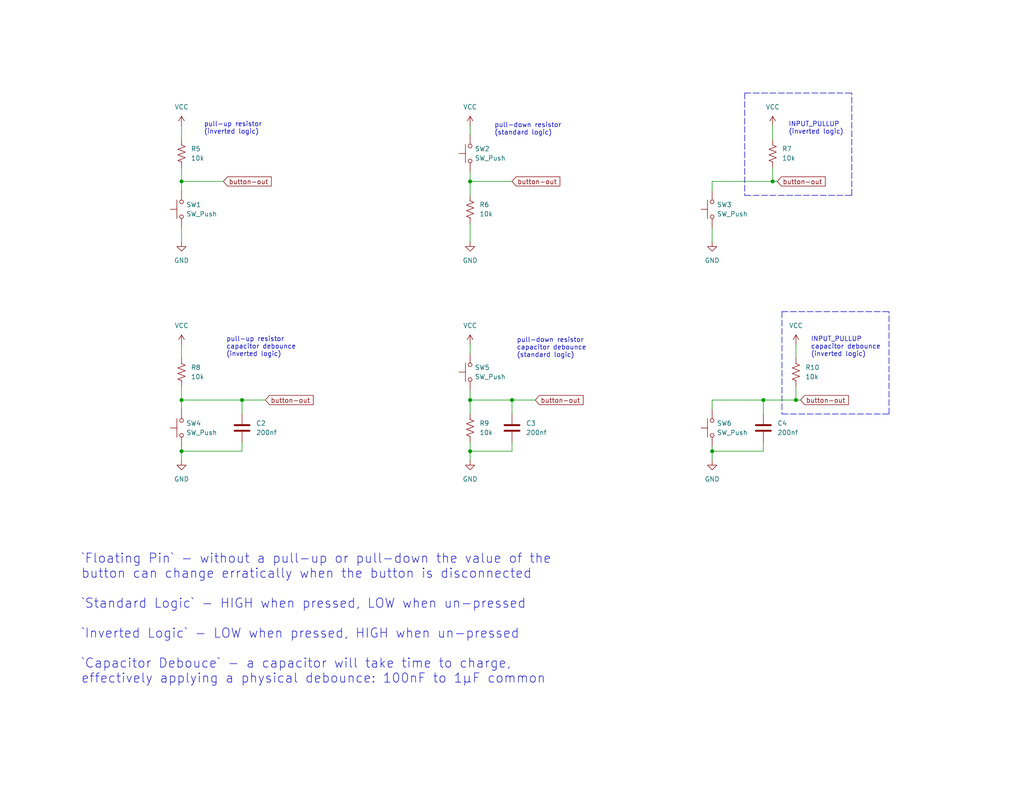
<source format=kicad_sch>
(kicad_sch (version 20231120) (generator "eeschema") (generator_version "8.0")
  (paper "USLetter")
  (title_block (title "Button Implementation Strategies") (date "2025-03-20") (rev "v1.0") (company "Mason High School Applied Technology"))
  (lib_symbols
    (symbol "Device:C" (pin_numbers hide) (pin_names (offset 0.254))
      (property "Reference" "C" (at 0.635 2.54 0))
      (property "Value" "C" (at 0.635 -2.54 0))
      (symbol "C_0_1"
        (polyline (pts (xy -2.032 -0.762) (xy 2.032 -0.762)) (stroke (width 0.508)))
        (polyline (pts (xy -2.032 0.762) (xy 2.032 0.762)) (stroke (width 0.508)))
      )
      (symbol "C_1_1"
        (pin passive line (at 0 3.81 270) (length 2.794) (name "~") (number "1"))
        (pin passive line (at 0 -3.81 90) (length 2.794) (name "~") (number "2"))
      )
    )
    (symbol "Device:R_US" (pin_numbers hide) (pin_names (offset 0))
      (property "Reference" "R" (at 2.54 0 90))
      (property "Value" "R_US" (at -2.54 0 90))
      (symbol "R_US_0_1"
        (polyline (pts (xy 0 -2.286) (xy 0 -2.54)))
        (polyline (pts (xy 0 2.286) (xy 0 2.54)))
        (polyline (pts (xy 0 -0.762) (xy 1.016 -1.143) (xy 0 -1.524) (xy -1.016 -1.905) (xy 0 -2.286)))
        (polyline (pts (xy 0 0.762) (xy 1.016 0.381) (xy 0 0) (xy -1.016 -0.381) (xy 0 -0.762)))
        (polyline (pts (xy 0 2.286) (xy 1.016 1.905) (xy 0 1.524) (xy -1.016 1.143) (xy 0 0.762)))
      )
      (symbol "R_US_1_1"
        (pin passive line (at 0 3.81 270) (length 1.27) (name "~") (number "1"))
        (pin passive line (at 0 -3.81 90) (length 1.27) (name "~") (number "2"))
      )
    )
    (symbol "Switch:SW_Push" (pin_numbers hide) (pin_names (offset 1.016) hide)
      (property "Reference" "SW" (at 1.27 2.54 0))
      (property "Value" "SW_Push" (at 0 -1.524 0))
      (symbol "SW_Push_0_1"
        (circle (center -2.032 0) (radius 0.508))
        (polyline (pts (xy 0 1.27) (xy 0 3.048)))
        (polyline (pts (xy 2.54 1.27) (xy -2.54 1.27)))
        (circle (center 2.032 0) (radius 0.508))
        (pin passive line (at -5.08 0 0) (length 2.54) (name "1") (number "1"))
        (pin passive line (at 5.08 0 180) (length 2.54) (name "2") (number "2"))
      )
    )
    (symbol "power:GND" (power) (pin_numbers hide) (pin_names (offset 0) hide)
      (property "Value" "GND" (at 0 -3.81 0))
      (symbol "GND_0_1"
        (polyline (pts (xy 0 0) (xy 0 -1.27) (xy 1.27 -1.27) (xy 0 -2.54) (xy -1.27 -1.27) (xy 0 -1.27)))
      )
      (symbol "GND_1_1"
        (pin power_in line (at 0 0 270) (length 0) (name "~") (number "1"))
      )
    )
    (symbol "power:VCC" (power) (pin_numbers hide) (pin_names (offset 0) hide)
      (property "Value" "VCC" (at 0 3.556 0))
      (symbol "VCC_0_1"
        (polyline (pts (xy -0.762 1.27) (xy 0 2.54)))
        (polyline (pts (xy 0 0) (xy 0 2.54)))
        (polyline (pts (xy 0 2.54) (xy 0.762 1.27)))
      )
      (symbol "VCC_1_1"
        (pin power_in line (at 0 0 90) (length 0) (name "~") (number "1"))
      )
    )
  )
  (junction (at 66.04 109.22))
  (junction (at 139.7 109.22))
  (junction (at 208.28 109.22))
  (junction (at 49.53 109.22))
  (junction (at 128.27 49.53))
  (junction (at 49.53 123.19))
  (junction (at 49.53 49.53))
  (junction (at 128.27 123.19))
  (junction (at 217.17 109.22))
  (junction (at 194.31 123.19))
  (junction (at 128.27 109.22))
  (junction (at 210.82 49.53))
  (wire (pts (xy 49.53 49.53) (xy 49.53 52.07)))
  (polyline (pts (xy 203.2 25.4) (xy 203.2 53.34)) (stroke (width 0) (type dash)))
  (wire (pts (xy 49.53 45.72) (xy 49.53 49.53)))
  (wire (pts (xy 49.53 93.98) (xy 49.53 97.79)))
  (wire (pts (xy 210.82 34.29) (xy 210.82 38.1)))
  (polyline (pts (xy 203.2 53.34) (xy 232.41 53.34)) (stroke (width 0) (type dash)))
  (polyline (pts (xy 213.36 85.09) (xy 242.57 85.09)) (stroke (width 0) (type dash)))
  (wire (pts (xy 194.31 109.22) (xy 194.31 111.76)))
  (wire (pts (xy 208.28 123.19) (xy 194.31 123.19)))
  (wire (pts (xy 49.53 62.23) (xy 49.53 66.04)))
  (wire (pts (xy 66.04 123.19) (xy 49.53 123.19)))
  (wire (pts (xy 139.7 109.22) (xy 139.7 113.03)))
  (wire (pts (xy 49.53 49.53) (xy 60.96 49.53)))
  (wire (pts (xy 194.31 123.19) (xy 194.31 125.73)))
  (wire (pts (xy 194.31 49.53) (xy 194.31 52.07)))
  (wire (pts (xy 128.27 60.96) (xy 128.27 66.04)))
  (wire (pts (xy 49.53 105.41) (xy 49.53 109.22)))
  (wire (pts (xy 49.53 109.22) (xy 66.04 109.22)))
  (wire (pts (xy 194.31 109.22) (xy 208.28 109.22)))
  (wire (pts (xy 49.53 121.92) (xy 49.53 123.19)))
  (wire (pts (xy 49.53 109.22) (xy 49.53 111.76)))
  (wire (pts (xy 208.28 120.65) (xy 208.28 123.19)))
  (wire (pts (xy 210.82 49.53) (xy 212.09 49.53)))
  (polyline (pts (xy 203.2 25.4) (xy 232.41 25.4)) (stroke (width 0) (type dash)))
  (wire (pts (xy 66.04 120.65) (xy 66.04 123.19)))
  (polyline (pts (xy 213.36 113.03) (xy 242.57 113.03)) (stroke (width 0) (type dash)))
  (wire (pts (xy 210.82 45.72) (xy 210.82 49.53)))
  (wire (pts (xy 139.7 123.19) (xy 128.27 123.19)))
  (wire (pts (xy 128.27 46.99) (xy 128.27 49.53)))
  (wire (pts (xy 217.17 109.22) (xy 218.44 109.22)))
  (wire (pts (xy 217.17 105.41) (xy 217.17 109.22)))
  (wire (pts (xy 49.53 123.19) (xy 49.53 125.73)))
  (wire (pts (xy 208.28 109.22) (xy 217.17 109.22)))
  (wire (pts (xy 128.27 109.22) (xy 139.7 109.22)))
  (polyline (pts (xy 242.57 113.03) (xy 242.57 85.09)) (stroke (width 0) (type dash)))
  (wire (pts (xy 194.31 49.53) (xy 210.82 49.53)))
  (wire (pts (xy 128.27 123.19) (xy 128.27 125.73)))
  (wire (pts (xy 217.17 93.98) (xy 217.17 97.79)))
  (wire (pts (xy 194.31 121.92) (xy 194.31 123.19)))
  (wire (pts (xy 128.27 93.98) (xy 128.27 96.52)))
  (polyline (pts (xy 232.41 53.34) (xy 232.41 25.4)) (stroke (width 0) (type dash)))
  (wire (pts (xy 66.04 109.22) (xy 66.04 113.03)))
  (polyline (pts (xy 213.36 85.09) (xy 213.36 113.03)) (stroke (width 0) (type dash)))
  (wire (pts (xy 128.27 34.29) (xy 128.27 36.83)))
  (wire (pts (xy 128.27 49.53) (xy 139.7 49.53)))
  (wire (pts (xy 194.31 62.23) (xy 194.31 66.04)))
  (wire (pts (xy 139.7 109.22) (xy 146.05 109.22)))
  (wire (pts (xy 49.53 34.29) (xy 49.53 38.1)))
  (wire (pts (xy 139.7 120.65) (xy 139.7 123.19)))
  (wire (pts (xy 128.27 49.53) (xy 128.27 53.34)))
  (wire (pts (xy 128.27 120.65) (xy 128.27 123.19)))
  (wire (pts (xy 128.27 109.22) (xy 128.27 113.03)))
  (wire (pts (xy 66.04 109.22) (xy 72.39 109.22)))
  (wire (pts (xy 128.27 106.68) (xy 128.27 109.22)))
  (wire (pts (xy 208.28 109.22) (xy 208.28 113.03)))
  (text "pull-down resistor\ncapacitor debounce\n(standard logic)" (at 140.97 92.202 0) (effects (font (size 1.27 1.27)) (justify left top)))
  (text "pull-up resistor\n(inverted logic)" (at 55.626 33.274 0) (effects (font (size 1.27 1.27)) (justify left top)))
  (text "INPUT_PULLUP\ncapacitor debounce\n(inverted logic)" (at 221.234 91.948 0) (effects (font (size 1.27 1.27)) (justify left top)))
  (text "pull-up resistor\ncapacitor debounce\n(inverted logic)" (at 61.722 91.948 0) (effects (font (size 1.27 1.27)) (justify left top)))
  (text "pull-down resistor\n(standard logic)" (at 134.874 33.528 0) (effects (font (size 1.27 1.27)) (justify left top)))
  (text "`Floating Pin` - without a pull-up or pull-down the value of the \nbutton can change erratically when the button is disconnected\n\n`Standard Logic` - HIGH when pressed, LOW when un-pressed\n\n`Inverted Logic` - LOW when pressed, HIGH when un-pressed\n\n`Capacitor Debouce` - a capacitor will take time to charge, \neffectively applying a physical debounce: 100nF to 1µF common" (at 22.098 151.13 0) (effects (font (size 2.54 2.54)) (justify left top)))
  (text "INPUT_PULLUP\n(inverted logic)" (at 215.138 33.274 0) (effects (font (size 1.27 1.27)) (justify left top)))
  (global_label "button-out" (shape input) (at 212.09 49.53 0) (property "Intersheetrefs" "${INTERSHEET_REFS}" (effects (hide yes))))
  (global_label "button-out" (shape input) (at 139.7 49.53 0) (property "Intersheetrefs" "${INTERSHEET_REFS}" (effects (hide yes))))
  (global_label "button-out" (shape input) (at 60.96 49.53 0) (property "Intersheetrefs" "${INTERSHEET_REFS}" (effects (hide yes))))
  (global_label "button-out" (shape input) (at 72.39 109.22 0) (property "Intersheetrefs" "${INTERSHEET_REFS}" (effects (hide yes))))
  (global_label "button-out" (shape input) (at 146.05 109.22 0) (property "Intersheetrefs" "${INTERSHEET_REFS}" (effects (hide yes))))
  (global_label "button-out" (shape input) (at 218.44 109.22 0) (property "Intersheetrefs" "${INTERSHEET_REFS}" (effects (hide yes))))
  (symbol (lib_id "Device:R_US") (at 210.82 41.91 0) (unit 1)
    (property "Reference" "R7" (at 213.36 40.6399 0) (effects (justify left)))
    (property "Value" "10k" (at 213.36 43.1799 0) (effects (justify left)))
    (property "Description" "Resistor, US symbol" (effects (hide yes)))
  )
  (symbol (lib_id "Device:R_US") (at 128.27 116.84 0) (unit 1)
    (property "Reference" "R9" (at 130.81 115.5699 0) (effects (justify left)))
    (property "Value" "10k" (at 130.81 118.1099 0) (effects (justify left)))
    (property "Description" "Resistor, US symbol" (effects (hide yes)))
  )
  (symbol (lib_id "Switch:SW_Push") (at 49.53 116.84 90) (unit 1)
    (property "Reference" "SW4" (at 50.8 115.5699 90) (effects (justify right)))
    (property "Value" "SW_Push" (at 50.8 118.1099 90) (effects (justify right)))
    (property "Description" "Push button switch, generic, two pins" (effects (hide yes)))
  )
  (symbol (lib_id "Device:R_US") (at 49.53 101.6 0) (unit 1)
    (property "Reference" "R8" (at 52.07 100.3299 0) (effects (justify left)))
    (property "Value" "10k" (at 52.07 102.8699 0) (effects (justify left)))
    (property "Description" "Resistor, US symbol" (effects (hide yes)))
  )
  (symbol (lib_id "power:VCC") (at 217.17 93.98 0) (unit 1)
    (property "Reference" "#PWR012" (effects (hide yes)))
    (property "Value" "VCC" (at 217.17 88.9 0))
    (property "Description" "Power symbol creates a global label with name \"VCC\"" (effects (hide yes)))
  )
  (symbol (lib_id "Device:C") (at 139.7 116.84 0) (unit 1)
    (property "Reference" "C3" (at 143.51 115.5699 0) (effects (justify left)))
    (property "Value" "200nf" (at 143.51 118.1099 0) (effects (justify left)))
    (property "Description" "Unpolarized capacitor" (effects (hide yes)))
  )
  (symbol (lib_id "power:VCC") (at 128.27 93.98 0) (unit 1)
    (property "Reference" "#PWR09" (effects (hide yes)))
    (property "Value" "VCC" (at 128.27 88.9 0))
    (property "Description" "Power symbol creates a global label with name \"VCC\"" (effects (hide yes)))
  )
  (symbol (lib_id "power:GND") (at 49.53 66.04 0) (unit 1)
    (property "Reference" "#PWR02" (effects (hide yes)))
    (property "Value" "GND" (at 49.53 71.12 0))
    (property "Description" "Power symbol creates a global label with name \"GND\" , ground" (effects (hide yes)))
  )
  (symbol (lib_id "Device:C") (at 208.28 116.84 0) (unit 1)
    (property "Reference" "C4" (at 212.09 115.5699 0) (effects (justify left)))
    (property "Value" "200nf" (at 212.09 118.1099 0) (effects (justify left)))
    (property "Description" "Unpolarized capacitor" (effects (hide yes)))
  )
  (symbol (lib_id "Device:C") (at 66.04 116.84 0) (unit 1)
    (property "Reference" "C2" (at 69.85 115.5699 0) (effects (justify left)))
    (property "Value" "200nf" (at 69.85 118.1099 0) (effects (justify left)))
    (property "Description" "Unpolarized capacitor" (effects (hide yes)))
  )
  (symbol (lib_id "Device:R_US") (at 128.27 57.15 0) (unit 1)
    (property "Reference" "R6" (at 130.81 55.8799 0) (effects (justify left)))
    (property "Value" "10k" (at 130.81 58.4199 0) (effects (justify left)))
    (property "Description" "Resistor, US symbol" (effects (hide yes)))
  )
  (symbol (lib_id "Switch:SW_Push") (at 49.53 57.15 90) (unit 1)
    (property "Reference" "SW1" (at 50.8 55.8799 90) (effects (justify right)))
    (property "Value" "SW_Push" (at 50.8 58.4199 90) (effects (justify right)))
    (property "Description" "Push button switch, generic, two pins" (effects (hide yes)))
  )
  (symbol (lib_id "power:GND") (at 194.31 66.04 0) (unit 1)
    (property "Reference" "#PWR06" (effects (hide yes)))
    (property "Value" "GND" (at 194.31 71.12 0))
    (property "Description" "Power symbol creates a global label with name \"GND\" , ground" (effects (hide yes)))
  )
  (symbol (lib_id "Switch:SW_Push") (at 128.27 101.6 90) (unit 1)
    (property "Reference" "SW5" (at 129.54 100.3299 90) (effects (justify right)))
    (property "Value" "SW_Push" (at 129.54 102.8699 90) (effects (justify right)))
    (property "Description" "Push button switch, generic, two pins" (effects (hide yes)))
  )
  (symbol (lib_id "power:VCC") (at 49.53 93.98 0) (unit 1)
    (property "Reference" "#PWR07" (effects (hide yes)))
    (property "Value" "VCC" (at 49.53 88.9 0))
    (property "Description" "Power symbol creates a global label with name \"VCC\"" (effects (hide yes)))
  )
  (symbol (lib_id "power:GND") (at 49.53 125.73 0) (unit 1)
    (property "Reference" "#PWR08" (effects (hide yes)))
    (property "Value" "GND" (at 49.53 130.81 0))
    (property "Description" "Power symbol creates a global label with name \"GND\" , ground" (effects (hide yes)))
  )
  (symbol (lib_id "Switch:SW_Push") (at 194.31 57.15 90) (unit 1)
    (property "Reference" "SW3" (at 195.58 55.8799 90) (effects (justify right)))
    (property "Value" "SW_Push" (at 195.58 58.4199 90) (effects (justify right)))
    (property "Description" "Push button switch, generic, two pins" (effects (hide yes)))
  )
  (symbol (lib_id "Device:R_US") (at 49.53 41.91 0) (unit 1)
    (property "Reference" "R5" (at 52.07 40.6399 0) (effects (justify left)))
    (property "Value" "10k" (at 52.07 43.1799 0) (effects (justify left)))
    (property "Description" "Resistor, US symbol" (effects (hide yes)))
  )
  (symbol (lib_id "Switch:SW_Push") (at 128.27 41.91 90) (unit 1)
    (property "Reference" "SW2" (at 129.54 40.6399 90) (effects (justify right)))
    (property "Value" "SW_Push" (at 129.54 43.1799 90) (effects (justify right)))
    (property "Description" "Push button switch, generic, two pins" (effects (hide yes)))
  )
  (symbol (lib_id "power:VCC") (at 128.27 34.29 0) (unit 1)
    (property "Reference" "#PWR03" (effects (hide yes)))
    (property "Value" "VCC" (at 128.27 29.21 0))
    (property "Description" "Power symbol creates a global label with name \"VCC\"" (effects (hide yes)))
  )
  (symbol (lib_id "power:VCC") (at 49.53 34.29 0) (unit 1)
    (property "Reference" "#PWR01" (effects (hide yes)))
    (property "Value" "VCC" (at 49.53 29.21 0))
    (property "Description" "Power symbol creates a global label with name \"VCC\"" (effects (hide yes)))
  )
  (symbol (lib_id "power:GND") (at 128.27 66.04 0) (unit 1)
    (property "Reference" "#PWR04" (effects (hide yes)))
    (property "Value" "GND" (at 128.27 71.12 0))
    (property "Description" "Power symbol creates a global label with name \"GND\" , ground" (effects (hide yes)))
  )
  (symbol (lib_id "power:GND") (at 194.31 125.73 0) (unit 1)
    (property "Reference" "#PWR011" (effects (hide yes)))
    (property "Value" "GND" (at 194.31 130.81 0))
    (property "Description" "Power symbol creates a global label with name \"GND\" , ground" (effects (hide yes)))
  )
  (symbol (lib_id "Switch:SW_Push") (at 194.31 116.84 90) (unit 1)
    (property "Reference" "SW6" (at 195.58 115.5699 90) (effects (justify right)))
    (property "Value" "SW_Push" (at 195.58 118.1099 90) (effects (justify right)))
    (property "Description" "Push button switch, generic, two pins" (effects (hide yes)))
  )
  (symbol (lib_id "Device:R_US") (at 217.17 101.6 0) (unit 1)
    (property "Reference" "R10" (at 219.71 100.3299 0) (effects (justify left)))
    (property "Value" "10k" (at 219.71 102.8699 0) (effects (justify left)))
    (property "Description" "Resistor, US symbol" (effects (hide yes)))
  )
  (symbol (lib_id "power:GND") (at 128.27 125.73 0) (unit 1)
    (property "Reference" "#PWR010" (effects (hide yes)))
    (property "Value" "GND" (at 128.27 130.81 0))
    (property "Description" "Power symbol creates a global label with name \"GND\" , ground" (effects (hide yes)))
  )
  (symbol (lib_id "power:VCC") (at 210.82 34.29 0) (unit 1)
    (property "Reference" "#PWR05" (effects (hide yes)))
    (property "Value" "VCC" (at 210.82 29.21 0))
    (property "Description" "Power symbol creates a global label with name \"VCC\"" (effects (hide yes)))
  )
)
</source>
